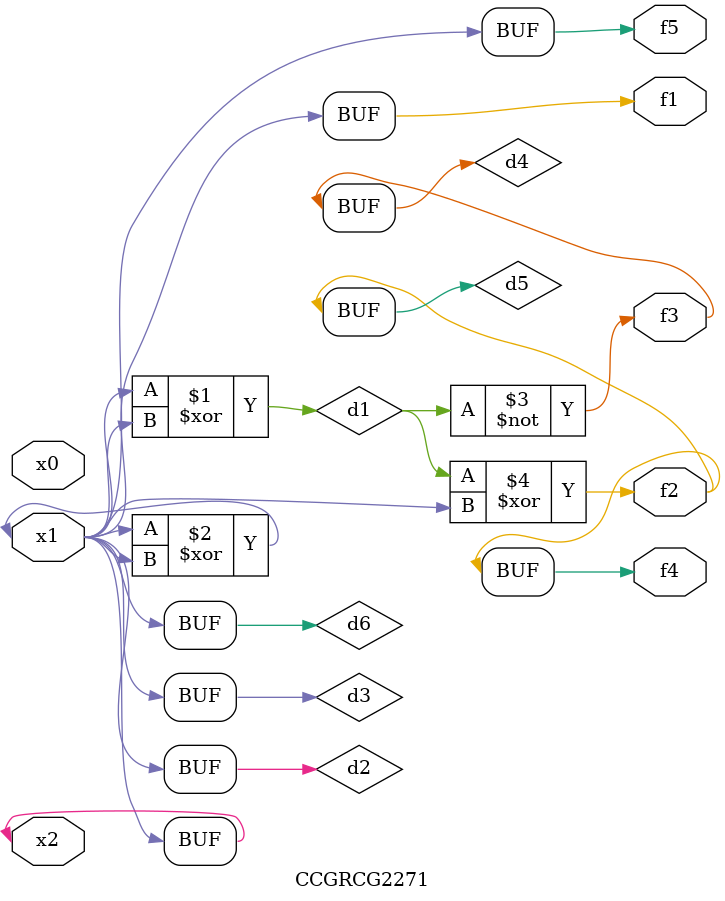
<source format=v>
module CCGRCG2271(
	input x0, x1, x2,
	output f1, f2, f3, f4, f5
);

	wire d1, d2, d3, d4, d5, d6;

	xor (d1, x1, x2);
	buf (d2, x1, x2);
	xor (d3, x1, x2);
	nor (d4, d1);
	xor (d5, d1, d2);
	buf (d6, d2, d3);
	assign f1 = d6;
	assign f2 = d5;
	assign f3 = d4;
	assign f4 = d5;
	assign f5 = d6;
endmodule

</source>
